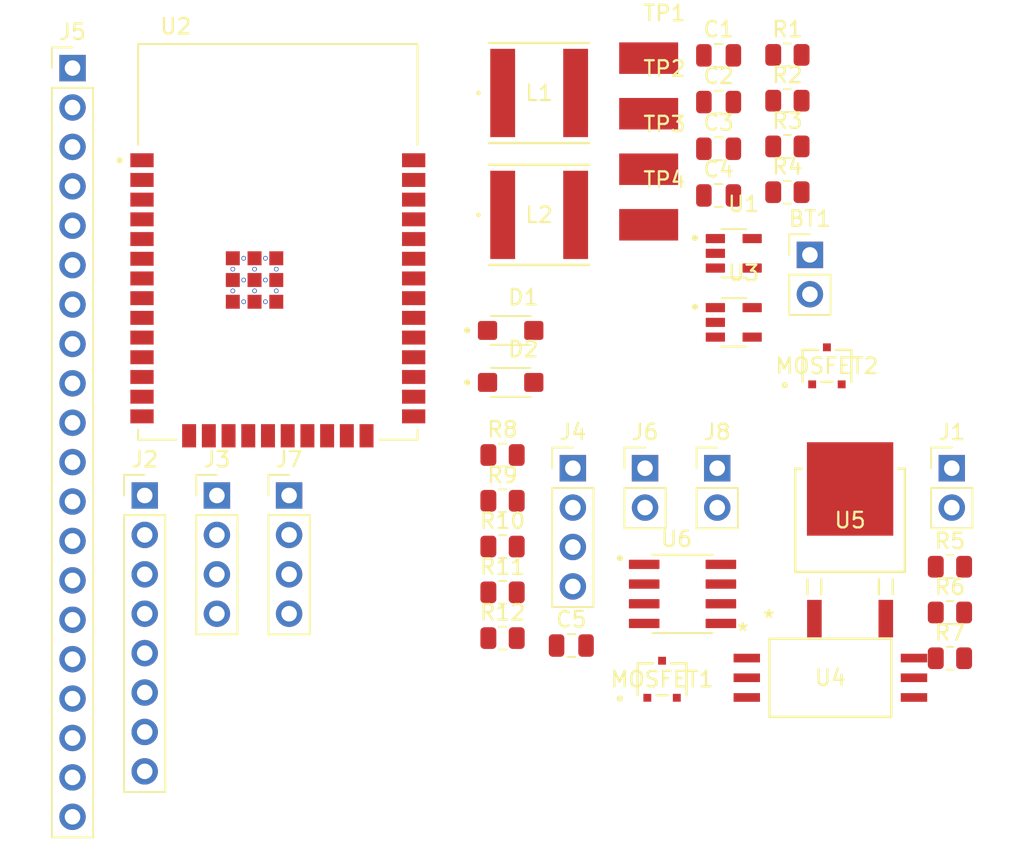
<source format=kicad_pcb>
(kicad_pcb (version 20221018) (generator pcbnew)
  (layers (0 "F.Cu" signal) (31 "B.Cu" signal) (34 "B.Paste" user) (35 "F.Paste" user) (36 "B.SilkS" user "B.Silkscreen") (37 "F.SilkS" user "F.Silkscreen") (38 "B.Mask" user) (39 "F.Mask" user) (44 "Edge.Cuts" user))
  (net 0 "")
  (net 1 "Net-(BT1-+)")
  (net 2 "GND")
  (net 3 "Net-(U1-EN)")
  (net 4 "18V")
  (net 5 "3.3V")
  (net 6 "Net-(J4-Pin_1)")
  (net 7 "Net-(J1-Pin_1)")
  (net 8 "Net-(J2-Pin_2)")
  (net 9 "Net-(J2-Pin_3)")
  (net 10 "Net-(J2-Pin_5)")
  (net 11 "Net-(J2-Pin_6)")
  (net 14 "Net-(J3-Pin_1)")
  (net 15 "Net-(J3-Pin_2)")
  (net 16 "Net-(J3-Pin_3)")
  (net 17 "Net-(J3-Pin_4)")
  (net 18 "Net-(J4-Pin_2)")
  (net 19 "Net-(J4-Pin_3)")
  (net 20 "Net-(J4-Pin_4)")
  (net 21 "Net-(J5-Pin_1)")
  (net 22 "Net-(J5-Pin_2)")
  (net 23 "Net-(J5-Pin_3)")
  (net 24 "Net-(J5-Pin_4)")
  (net 25 "Net-(J5-Pin_5)")
  (net 26 "Net-(J5-Pin_6)")
  (net 27 "Net-(J5-Pin_7)")
  (net 28 "Net-(J5-Pin_8)")
  (net 29 "Net-(J5-Pin_9)")
  (net 30 "Net-(J5-Pin_10)")
  (net 31 "Net-(J5-Pin_11)")
  (net 32 "Net-(J5-Pin_12)")
  (net 33 "Net-(J5-Pin_13)")
  (net 34 "Net-(J5-Pin_14)")
  (net 35 "Net-(J5-Pin_15)")
  (net 36 "Net-(J5-Pin_16)")
  (net 37 "Net-(J5-Pin_17)")
  (net 38 "Net-(J5-Pin_18)")
  (net 39 "Net-(J5-Pin_19)")
  (net 40 "/IR Emitter + Receiver/Receiver")
  (net 41 "Net-(J6-Pin_2)")
  (net 42 "Net-(J8-Pin_2)")
  (net 43 "Net-(D1-A)")
  (net 44 "Net-(D2-A)")
  (net 45 "Net-(U3-FB)")
  (net 46 "Net-(U1-FB)")
  (net 47 "Net-(U4-VOUT)")
  (net 48 "Net-(U5-Gate)")
  (net 49 "Net-(U4-CATHODE)")
  (net 50 "Net-(U6-1IN-)")
  (net 58 "/Buzzer/PWM")
  (footprint "Connector_PinHeader_2.54mm:PinHeader_1x04_P2.54mm_Vertical" (layer "F.Cu") (at 40.3375 47.93)
    (fp_text reference "J7" (at 0 -2.33) (layer "F.SilkS"))
    (fp_text value "Power Jumper")
    (fp_line (start -1.33 -1.33) (end 0 -1.33) (stroke (width 0.12)) (layer "F.SilkS"))
    (fp_line (start -1.33 0) (end -1.33 -1.33) (stroke (width 0.12)) (layer "F.SilkS"))
    (fp_line (start -1.33 1.27) (end -1.33 8.95) (stroke (width 0.12)) (layer "F.SilkS"))
    (fp_line (start -1.33 1.27) (end 1.33 1.27) (stroke (width 0.12)) (layer "F.SilkS"))
    (fp_line (start -1.33 8.95) (end 1.33 8.95) (stroke (width 0.12)) (layer "F.SilkS"))
    (fp_line (start 1.33 1.27) (end 1.33 8.95) (stroke (width 0.12)) (layer "F.SilkS"))
    (pad "1" thru_hole rect (at 0 0) (size 1.7 1.7) (drill 1) (layers "*.Cu" "*.Mask") (net 4 "18V"))
    (pad "2" thru_hole oval (at 0 2.54) (size 1.7 1.7) (drill 1) (layers "*.Cu" "*.Mask") (net 5 "3.3V"))
    (pad "3" thru_hole oval (at 0 5.08) (size 1.7 1.7) (drill 1) (layers "*.Cu" "*.Mask") (net 2 "GND"))
    (pad "4" thru_hole oval (at 0 7.62) (size 1.7 1.7) (drill 1) (layers "*.Cu" "*.Mask") (net 2 "GND"))
  )
  (footprint "Resistor_SMD:R_0805_2012Metric" (layer "F.Cu") (at 54.0875 45.32)
    (fp_text reference "R8" (at 0 -1.65) (layer "F.SilkS"))
    (fp_text value "R")
    (fp_line (start -0.227064 -0.735) (end 0.227064 -0.735) (stroke (width 0.12)) (layer "F.SilkS"))
    (fp_line (start -0.227064 0.735) (end 0.227064 0.735) (stroke (width 0.12)) (layer "F.SilkS"))
    (pad "1" smd roundrect (at -0.9125 0) (size 1.025 1.4) (layers "F.Cu" "F.Paste" "F.Mask") (roundrect_rratio 0.243902) (net 41 "Net-(J6-Pin_2)"))
    (pad "2" smd roundrect (at 0.9125 0) (size 1.025 1.4) (layers "F.Cu" "F.Paste" "F.Mask") (roundrect_rratio 0.243902) (net 2 "GND"))
  )
  (footprint "Proj:RD3L01BATTL1_ROM" (layer "F.Cu") (at 76.4763 49.5266)
    (fp_text reference "U5" (at 0 0 unlocked) (layer "F.SilkS"))
    (fp_text value "RD3L01BATTL1")
    (fp_text user "*" (at -5.235001 6.3373 unlocked) (layer "F.SilkS"))
    (fp_text user "*" (at -5.235001 6.3373) (layer "F.SilkS"))
    (fp_line (start -3.5306 -3.3274) (end -3.5306 3.3274) (stroke (width 0.1524)) (layer "F.SilkS"))
    (fp_line (start -3.5306 3.3274) (end 3.5306 3.3274) (stroke (width 0.1524)) (layer "F.SilkS"))
    (fp_line (start -3.11404 -3.3274) (end -3.5306 -3.3274) (stroke (width 0.1524)) (layer "F.SilkS"))
    (fp_line (start -2.7445 3.81) (end -2.7445 4.7752) (stroke (width 0.1524)) (layer "F.SilkS"))
    (fp_line (start -1.8555 3.81) (end -1.8555 4.7752) (stroke (width 0.1524)) (layer "F.SilkS"))
    (fp_line (start 1.8555 3.81) (end 1.8555 4.7752) (stroke (width 0.1524)) (layer "F.SilkS"))
    (fp_line (start 2.7445 3.81) (end 2.7445 4.7752) (stroke (width 0.1524)) (layer "F.SilkS"))
    (fp_line (start 3.5306 -3.3274) (end 3.11404 -3.3274) (stroke (width 0.1524)) (layer "F.SilkS"))
    (fp_line (start 3.5306 3.3274) (end 3.5306 -3.3274) (stroke (width 0.1524)) (layer "F.SilkS"))
    (pad "1" smd rect (at -2.3 6.3373) (size 0.9398 2.413) (layers "F.Cu" "F.Paste" "F.Mask") (net 48 "Net-(U5-Gate)"))
    (pad "2" smd rect (at 0 -2.0193) (size 5.5626 6.0198) (layers "F.Cu" "F.Paste" "F.Mask") (net 7 "Net-(J1-Pin_1)"))
    (pad "3" smd rect (at 2.3 6.3373) (size 0.9398 2.413) (layers "F.Cu" "F.Paste" "F.Mask") (net 4 "18V"))
  )
  (footprint "Connector_PinHeader_2.54mm:PinHeader_1x02_P2.54mm_Vertical" (layer "F.Cu") (at 83.0275 46.17)
    (fp_text reference "J1" (at 0 -2.33) (layer "F.SilkS"))
    (fp_text value "Conn_01x02")
    (fp_line (start -1.33 -1.33) (end 0 -1.33) (stroke (width 0.12)) (layer "F.SilkS"))
    (fp_line (start -1.33 0) (end -1.33 -1.33) (stroke (width 0.12)) (layer "F.SilkS"))
    (fp_line (start -1.33 1.27) (end -1.33 3.87) (stroke (width 0.12)) (layer "F.SilkS"))
    (fp_line (start -1.33 1.27) (end 1.33 1.27) (stroke (width 0.12)) (layer "F.SilkS"))
    (fp_line (start -1.33 3.87) (end 1.33 3.87) (stroke (width 0.12)) (layer "F.SilkS"))
    (fp_line (start 1.33 1.27) (end 1.33 3.87) (stroke (width 0.12)) (layer "F.SilkS"))
    (pad "1" thru_hole rect (at 0 0) (size 1.7 1.7) (drill 1) (layers "*.Cu" "*.Mask") (net 7 "Net-(J1-Pin_1)"))
    (pad "2" thru_hole oval (at 0 2.54) (size 1.7 1.7) (drill 1) (layers "*.Cu" "*.Mask") (net 2 "GND"))
  )
  (footprint "Proj:SODFL3618X110N" (layer "F.Cu") (at 54.61 40.64)
    (fp_text reference "D2" (at 0.815 -2.135) (layer "F.SilkS"))
    (fp_text value "D_Schottky")
    (fp_line (start -1.3 -0.93) (end 1.3 -0.93) (stroke (width 0.127)) (layer "F.SilkS"))
    (fp_line (start -1.3 0.93) (end 1.3 0.93) (stroke (width 0.127)) (layer "F.SilkS"))
    (fp_circle (center -2.8 0) (end -2.7 0) (stroke (width 0.2)) (fill none) (layer "F.SilkS"))
    (pad "1" smd roundrect (at 1.49 0) (size 1.24 1.22) (layers "F.Cu" "F.Paste" "F.Mask") (roundrect_rratio 0.15) (net 5 "3.3V"))
    (pad "2" smd roundrect (at -1.49 0) (size 1.24 1.22) (layers "F.Cu" "F.Paste" "F.Mask") (roundrect_rratio 0.15) (net 44 "Net-(D2-A)"))
  )
  (footprint "Proj:SOIC127P599X175-8N" (layer "F.Cu") (at 65.6825 54.2725)
    (fp_text reference "U6" (at -0.385 -3.537) (layer "F.SilkS"))
    (fp_text value "LM293DRE4")
    (fp_line (start -1.95 -2.525) (end 1.95 -2.525) (stroke (width 0.127)) (layer "F.SilkS"))
    (fp_line (start -1.95 2.525) (end 1.95 2.525) (stroke (width 0.127)) (layer "F.SilkS"))
    (fp_circle (center -4.04 -2.305) (end -3.94 -2.305) (stroke (width 0.2)) (fill none) (layer "F.SilkS"))
    (pad "1" smd roundrect (at -2.47 -1.905) (size 1.97 0.6) (layers "F.Cu" "F.Paste" "F.Mask") (roundrect_rratio 0.07) (net 40 "/IR Emitter + Receiver/Receiver"))
    (pad "2" smd roundrect (at -2.47 -0.635) (size 1.97 0.6) (layers "F.Cu" "F.Paste" "F.Mask") (roundrect_rratio 0.07) (net 50 "Net-(U6-1IN-)"))
    (pad "3" smd roundrect (at -2.47 0.635) (size 1.97 0.6) (layers "F.Cu" "F.Paste" "F.Mask") (roundrect_rratio 0.07) (net 42 "Net-(J8-Pin_2)"))
    (pad "4" smd roundrect (at -2.47 1.905) (size 1.97 0.6) (layers "F.Cu" "F.Paste" "F.Mask") (roundrect_rratio 0.07) (net 2 "GND"))
    (pad "5" smd roundrect (at 2.47 1.905) (size 1.97 0.6) (layers "F.Cu" "F.Paste" "F.Mask") (roundrect_rratio 0.07))
    (pad "6" smd roundrect (at 2.47 0.635) (size 1.97 0.6) (layers "F.Cu" "F.Paste" "F.Mask") (roundrect_rratio 0.07))
    (pad "7" smd roundrect (at 2.47 -0.635) (size 1.97 0.6) (layers "F.Cu" "F.Paste" "F.Mask") (roundrect_rratio 0.07))
    (pad "8" smd roundrect (at 2.47 -1.905) (size 1.97 0.6) (layers "F.Cu" "F.Paste" "F.Mask") (roundrect_rratio 0.07) (net 6 "Net-(J4-Pin_1)"))
  )
  (footprint "Resistor_SMD:R_0805_2012Metric" (layer "F.Cu") (at 54.0875 54.17)
    (fp_text reference "R11" (at 0 -1.65) (layer "F.SilkS"))
    (fp_text value "R")
    (fp_line (start -0.227064 -0.735) (end 0.227064 -0.735) (stroke (width 0.12)) (layer "F.SilkS"))
    (fp_line (start -0.227064 0.735) (end 0.227064 0.735) (stroke (width 0.12)) (layer "F.SilkS"))
    (pad "1" smd roundrect (at -0.9125 0) (size 1.025 1.4) (layers "F.Cu" "F.Paste" "F.Mask") (roundrect_rratio 0.243902) (net 6 "Net-(J4-Pin_1)"))
    (pad "2" smd roundrect (at 0.9125 0) (size 1.025 1.4) (layers "F.Cu" "F.Paste" "F.Mask") (roundrect_rratio 0.243902) (net 50 "Net-(U6-1IN-)"))
  )
  (footprint "Capacitor_SMD:C_0805_2012Metric" (layer "F.Cu") (at 68.0075 19.56)
    (fp_text reference "C1" (at 0 -1.68) (layer "F.SilkS"))
    (fp_text value "1uF")
    (fp_line (start -0.261252 -0.735) (end 0.261252 -0.735) (stroke (width 0.12)) (layer "F.SilkS"))
    (fp_line (start -0.261252 0.735) (end 0.261252 0.735) (stroke (width 0.12)) (layer "F.SilkS"))
    (pad "1" smd roundrect (at -0.95 0) (size 1 1.45) (layers "F.Cu" "F.Paste" "F.Mask") (net 3 "Net-(U1-EN)"))
    (pad "2" smd roundrect (at 0.95 0) (size 1 1.45) (layers "F.Cu" "F.Paste" "F.Mask") (net 2 "GND"))
  )
  (footprint "Connector_PinHeader_2.54mm:PinHeader_1x08_P2.54mm_Vertical" (layer "F.Cu") (at 31.0375 47.93)
    (fp_text reference "J2" (at 0 -2.33) (layer "F.SilkS"))
    (fp_text value "Programmer")
    (fp_line (start -1.33 -1.33) (end 0 -1.33) (stroke (width 0.12)) (layer "F.SilkS"))
    (fp_line (start -1.33 0) (end -1.33 -1.33) (stroke (width 0.12)) (layer "F.SilkS"))
    (fp_line (start -1.33 1.27) (end -1.33 19.11) (stroke (width 0.12)) (layer "F.SilkS"))
    (fp_line (start -1.33 1.27) (end 1.33 1.27) (stroke (width 0.12)) (layer "F.SilkS"))
    (fp_line (start -1.33 19.11) (end 1.33 19.11) (stroke (width 0.12)) (layer "F.SilkS"))
    (fp_line (start 1.33 1.27) (end 1.33 19.11) (stroke (width 0.12)) (layer "F.SilkS"))
    (pad "1" thru_hole rect (at 0 0) (size 1.7 1.7) (drill 1) (layers "*.Cu" "*.Mask") (net 5 "3.3V"))
    (pad "2" thru_hole oval (at 0 2.54) (size 1.7 1.7) (drill 1) (layers "*.Cu" "*.Mask") (net 8 "Net-(J2-Pin_2)"))
    (pad "3" thru_hole oval (at 0 5.08) (size 1.7 1.7) (drill 1) (layers "*.Cu" "*.Mask") (net 9 "Net-(J2-Pin_3)"))
    (pad "4" thru_hole oval (at 0 7.62) (size 1.7 1.7) (drill 1) (layers "*.Cu" "*.Mask") (net 2 "GND"))
    (pad "5" thru_hole oval (at 0 10.16) (size 1.7 1.7) (drill 1) (layers "*.Cu" "*.Mask") (net 10 "Net-(J2-Pin_5)"))
    (pad "6" thru_hole oval (at 0 12.7) (size 1.7 1.7) (drill 1) (layers "*.Cu" "*.Mask") (net 11 "Net-(J2-Pin_6)"))
    (pad "7" thru_hole oval (at 0 15.24) (size 1.7 1.7) (drill 1) (layers "*.Cu" "*.Mask"))
    (pad "8" thru_hole oval (at 0 17.78) (size 1.7 1.7) (drill 1) (layers "*.Cu" "*.Mask"))
  )
  (footprint "Connector_PinHeader_2.54mm:PinHeader_1x02_P2.54mm_Vertical" (layer "F.Cu") (at 63.2675 46.17)
    (fp_text reference "J6" (at 0 -2.33) (layer "F.SilkS"))
    (fp_text value "IR Emitter")
    (fp_line (start -1.33 -1.33) (end 0 -1.33) (stroke (width 0.12)) (layer "F.SilkS"))
    (fp_line (start -1.33 0) (end -1.33 -1.33) (stroke (width 0.12)) (layer "F.SilkS"))
    (fp_line (start -1.33 1.27) (end -1.33 3.87) (stroke (width 0.12)) (layer "F.SilkS"))
    (fp_line (start -1.33 1.27) (end 1.33 1.27) (stroke (width 0.12)) (layer "F.SilkS"))
    (fp_line (start -1.33 3.87) (end 1.33 3.87) (stroke (width 0.12)) (layer "F.SilkS"))
    (fp_line (start 1.33 1.27) (end 1.33 3.87) (stroke (width 0.12)) (layer "F.SilkS"))
    (pad "1" thru_hole rect (at 0 0) (size 1.7 1.7) (drill 1) (layers "*.Cu" "*.Mask") (net 19 "Net-(J4-Pin_3)"))
    (pad "2" thru_hole oval (at 0 2.54) (size 1.7 1.7) (drill 1) (layers "*.Cu" "*.Mask") (net 41 "Net-(J6-Pin_2)"))
  )
  (footprint "Resistor_SMD:R_0805_2012Metric" (layer "F.Cu") (at 82.9075 58.42)
    (fp_text reference "R7" (at 0 -1.65) (layer "F.SilkS"))
    (fp_text value "120Ω")
    (fp_line (start -0.227064 -0.735) (end 0.227064 -0.735) (stroke (width 0.12)) (layer "F.SilkS"))
    (fp_line (start -0.227064 0.735) (end 0.227064 0.735) (stroke (width 0.12)) (layer "F.SilkS"))
    (pad "1" smd roundrect (at -0.9125 0) (size 1.025 1.4) (layers "F.Cu" "F.Paste" "F.Mask") (roundrect_rratio 0.243902) (net 49 "Net-(U4-CATHODE)"))
    (pad "2" smd roundrect (at 0.9125 0) (size 1.025 1.4) (layers "F.Cu" "F.Paste" "F.Mask") (roundrect_rratio 0.243902) (net 2 "GND"))
  )
  (footprint "Resistor_SMD:R_0805_2012Metric" (layer "F.Cu") (at 72.4375 19.53)
    (fp_text reference "R1" (at 0 -1.65) (layer "F.SilkS"))
    (fp_text value "3.3HI")
    (fp_line (start -0.227064 -0.735) (end 0.227064 -0.735) (stroke (width 0.12)) (layer "F.SilkS"))
    (fp_line (start -0.227064 0.735) (end 0.227064 0.735) (stroke (width 0.12)) (layer "F.SilkS"))
    (pad "1" smd roundrect (at -0.9125 0) (size 1.025 1.4) (layers "F.Cu" "F.Paste" "F.Mask") (roundrect_rratio 0.243902) (net 45 "Net-(U3-FB)"))
    (pad "2" smd roundrect (at 0.9125 0) (size 1.025 1.4) (layers "F.Cu" "F.Paste" "F.Mask") (roundrect_rratio 0.243902) (net 5 "3.3V"))
  )
  (footprint "Proj:SOIC6_DWY_TEX" (layer "F.Cu") (at 75.2063 59.6777)
    (fp_text reference "U4" (at 0 0 unlocked) (layer "F.SilkS"))
    (fp_text value "UCC23313DWYR")
    (fp_text user "*" (at -5.6388 -2.9718 unlocked) (layer "F.SilkS"))
    (fp_text user "*" (at -5.6388 -2.9718) (layer "F.SilkS"))
    (fp_line (start -3.9243 -2.5146) (end -3.9243 2.5146) (stroke (width 0.1524)) (layer "F.SilkS"))
    (fp_line (start -3.9243 2.5146) (end 3.9243 2.5146) (stroke (width 0.1524)) (layer "F.SilkS"))
    (fp_line (start 3.9243 -2.5146) (end -3.9243 -2.5146) (stroke (width 0.1524)) (layer "F.SilkS"))
    (fp_line (start 3.9243 2.5146) (end 3.9243 -2.5146) (stroke (width 0.1524)) (layer "F.SilkS"))
    (pad "1" smd rect (at -5.3848 -1.27) (size 1.7018 0.5588) (layers "F.Cu" "F.Paste" "F.Mask") (net 58 "/Buzzer/PWM"))
    (pad "2" smd rect (at -5.3848 0) (size 1.7018 0.5588) (layers "F.Cu" "F.Paste" "F.Mask"))
    (pad "3" smd rect (at -5.3848 1.27) (size 1.7018 0.5588) (layers "F.Cu" "F.Paste" "F.Mask") (net 49 "Net-(U4-CATHODE)"))
    (pad "4" smd rect (at 5.3848 1.27) (size 1.7018 0.5588) (layers "F.Cu" "F.Paste" "F.Mask") (net 2 "GND"))
    (pad "5" smd rect (at 5.3848 0) (size 1.7018 0.5588) (layers "F.Cu" "F.Paste" "F.Mask") (net 47 "Net-(U4-VOUT)"))
    (pad "6" smd rect (at 5.3848 -1.27) (size 1.7018 0.5588) (layers "F.Cu" "F.Paste" "F.Mask") (net 4 "18V"))
  )
  (footprint "Resistor_SMD:R_0805_2012Metric" (layer "F.Cu") (at 72.4375 28.38)
    (fp_text reference "R4" (at 0 -1.65) (layer "F.SilkS"))
    (fp_text value "3.3LO")
    (fp_line (start -0.227064 -0.735) (end 0.227064 -0.735) (stroke (width 0.12)) (layer "F.SilkS"))
    (fp_line (start -0.227064 0.735) (end 0.227064 0.735) (stroke (width 0.12)) (layer "F.SilkS"))
    (pad "1" smd roundrect (at -0.9125 0) (size 1.025 1.4) (layers "F.Cu" "F.Paste" "F.Mask") (roundrect_rratio 0.243902) (net 2 "GND"))
    (pad "2" smd roundrect (at 0.9125 0) (size 1.025 1.4) (layers "F.Cu" "F.Paste" "F.Mask") (roundrect_rratio 0.243902) (net 45 "Net-(U3-FB)"))
  )
  (footprint "Capacitor_SMD:C_0805_2012Metric" (layer "F.Cu") (at 68.0075 25.58)
    (fp_text reference "C3" (at 0 -1.68) (layer "F.SilkS"))
    (fp_text value "1uF")
    (fp_line (start -0.261252 -0.735) (end 0.261252 -0.735) (stroke (width 0.12)) (layer "F.SilkS"))
    (fp_line (start -0.261252 0.735) (end 0.261252 0.735) (stroke (width 0.12)) (layer "F.SilkS"))
    (pad "1" smd roundrect (at -0.95 0) (size 1 1.45) (layers "F.Cu" "F.Paste" "F.Mask") (net 2 "GND"))
    (pad "2" smd roundrect (at 0.95 0) (size 1 1.45) (layers "F.Cu" "F.Paste" "F.Mask") (net 3 "Net-(U1-EN)"))
  )
  (footprint "Resistor_SMD:R_0805_2012Metric" (layer "F.Cu") (at 82.9075 55.47)
    (fp_text reference "R6" (at 0 -1.65) (layer "F.SilkS"))
    (fp_text value "R")
    (fp_line (start -0.227064 -0.735) (end 0.227064 -0.735) (stroke (width 0.12)) (layer "F.SilkS"))
    (fp_line (start -0.227064 0.735) (end 0.227064 0.735) (stroke (width 0.12)) (layer "F.SilkS"))
    (pad "1" smd roundrect (at -0.9125 0) (size 1.025 1.4) (layers "F.Cu" "F.Paste" "F.Mask") (roundrect_rratio 0.243902) (net 47 "Net-(U4-VOUT)"))
    (pad "2" smd roundrect (at 0.9125 0) (size 1.025 1.4) (layers "F.Cu" "F.Paste" "F.Mask") (roundrect_rratio 0.243902) (net 48 "Net-(U5-Gate)"))
  )
  (footprint "Resistor_SMD:R_0805_2012Metric" (layer "F.Cu") (at 72.4375 22.48)
    (fp_text reference "R2" (at 0 -1.65) (layer "F.SilkS"))
    (fp_text value "18HI")
    (fp_line (start -0.227064 -0.735) (end 0.227064 -0.735) (stroke (width 0.12)) (layer "F.SilkS"))
    (fp_line (start -0.227064 0.735) (end 0.227064 0.735) (stroke (width 0.12)) (layer "F.SilkS"))
    (pad "1" smd roundrect (at -0.9125 0) (size 1.025 1.4) (layers "F.Cu" "F.Paste" "F.Mask") (roundrect_rratio 0.243902) (net 4 "18V"))
    (pad "2" smd roundrect (at 0.9125 0) (size 1.025 1.4) (layers "F.Cu" "F.Paste" "F.Mask") (roundrect_rratio 0.243902) (net 46 "Net-(U1-FB)"))
  )
  (footprint "Resistor_SMD:R_0805_2012Metric" (layer "F.Cu") (at 54.0875 48.27)
    (fp_text reference "R9" (at 0 -1.65) (layer "F.SilkS"))
    (fp_text value "R")
    (fp_line (start -0.227064 -0.735) (end 0.227064 -0.735) (stroke (width 0.12)) (layer "F.SilkS"))
    (fp_line (start -0.227064 0.735) (end 0.227064 0.735) (stroke (width 0.12)) (layer "F.SilkS"))
    (pad "1" smd roundrect (at -0.9125 0) (size 1.025 1.4) (layers "F.Cu" "F.Paste" "F.Mask") (roundrect_rratio 0.243902) (net 42 "Net-(J8-Pin_2)"))
    (pad "2" smd roundrect (at 0.9125 0) (size 1.025 1.4) (layers "F.Cu" "F.Paste" "F.Mask") (roundrect_rratio 0.243902) (net 2 "GND"))
  )
  (footprint "Proj:SOT-23F_TOS" (layer "F.Cu") (at 64.3635 59.773)
    (fp_text reference "MOSFET1" (at 0 0 unlocked) (layer "F.SilkS"))
    (fp_text value "SSM3J328R")
    (fp_line (start -1.5748 -1.0287) (end -1.5748 1.0287) (stroke (width 0.1524)) (layer "F.SilkS"))
    (fp_line (start -0.58674 -1.0287) (end -1.5748 -1.0287) (stroke (width 0.1524)) (layer "F.SilkS"))
    (fp_line (start -0.363261 1.0287) (end 0.363261 1.0287) (stroke (width 0.1524)) (layer "F.SilkS"))
    (fp_line (start 1.5748 -1.0287) (end 0.58674 -1.0287) (stroke (width 0.1524)) (layer "F.SilkS"))
    (fp_line (start 1.5748 1.0287) (end 1.5748 -1.0287) (stroke (width 0.1524)) (layer "F.SilkS"))
    (fp_circle (center -2.7178 1.2446) (end -2.5908 1.2446) (stroke (width 0.1524)) (fill none) (layer "F.SilkS"))
    (pad "1" smd rect (at -0.950001 1.1938) (size 0.508 0.508) (layers "F.Cu" "F.Paste" "F.Mask") (net 20 "Net-(J4-Pin_4)"))
    (pad "2" smd rect (at 0.950001 1.1938) (size 0.508 0.508) (layers "F.Cu" "F.Paste" "F.Mask") (net 19 "Net-(J4-Pin_3)"))
    (pad "3" smd rect (at 0 -1.1938) (size 0.508 0.508) (layers "F.Cu" "F.Paste" "F.Mask") (net 5 "3.3V"))
  )
  (footprint "Connector_PinHeader_2.54mm:PinHeader_1x04_P2.54mm_Vertical" (layer "F.Cu") (at 58.6175 46.17)
    (fp_text reference "J4" (at 0 -2.33) (layer "F.SilkS"))
    (fp_text value "Conn_01x04")
    (fp_line (start -1.33 -1.33) (end 0 -1.33) (stroke (width 0.12)) (layer "F.SilkS"))
    (fp_line (start -1.33 0) (end -1.33 -1.33) (stroke (width 0.12)) (layer "F.SilkS"))
    (fp_line (start -1.33 1.27) (end -1.33 8.95) (stroke (width 0.12)) (layer "F.SilkS"))
    (fp_line (start -1.33 1.27) (end 1.33 1.27) (stroke (width 0.12)) (layer "F.SilkS"))
    (fp_line (start -1.33 8.95) (end 1.33 8.95) (stroke (width 0.12)) (layer "F.SilkS"))
    (fp_line (start 1.33 1.27) (end 1.33 8.95) (stroke (width 0.12)) (layer "F.SilkS"))
    (pad "1" thru_hole rect (at 0 0) (size 1.7 1.7) (drill 1) (layers "*.Cu" "*.Mask") (net 6 "Net-(J4-Pin_1)"))
    (pad "2" thru_hole oval (at 0 2.54) (size 1.7 1.7) (drill 1) (layers "*.Cu" "*.Mask") (net 18 "Net-(J4-Pin_2)"))
    (pad "3" thru_hole oval (at 0 5.08) (size 1.7 1.7) (drill 1) (layers "*.Cu" "*.Mask") (net 19 "Net-(J4-Pin_3)"))
    (pad "4" thru_hole oval (at 0 7.62) (size 1.7 1.7) (drill 1) (layers "*.Cu" "*.Mask") (net 20 "Net-(J4-Pin_4)"))
  )
  (footprint "Proj:TestPoint_KEYSTONE_5019" (layer "F.Cu") (at 63.5 23.32)
    (fp_text reference "TP2" (at 1.02 -2.9) (layer "F.SilkS"))
    (fp_text value "GND")
    (pad "TP" smd rect (at 0 0) (size 3.8 2.03) (layers "F.Cu" "F.Paste" "F.Mask") (net 2 "GND"))
  )
  (footprint "Connector_PinHeader_2.54mm:PinHeader_1x02_P2.54mm_Vertical" (layer "F.Cu") (at 67.9175 46.17)
    (fp_text reference "J8" (at 0 -2.33) (layer "F.SilkS"))
    (fp_text value "IR Receiver")
    (fp_line (start -1.33 -1.33) (end 0 -1.33) (stroke (width 0.12)) (layer "F.SilkS"))
    (fp_line (start -1.33 0) (end -1.33 -1.33) (stroke (width 0.12)) (layer "F.SilkS"))
    (fp_line (start -1.33 1.27) (end -1.33 3.87) (stroke (width 0.12)) (layer "F.SilkS"))
    (fp_line (start -1.33 1.27) (end 1.33 1.27) (stroke (width 0.12)) (layer "F.SilkS"))
    (fp_line (start -1.33 3.87) (end 1.33 3.87) (stroke (width 0.12)) (layer "F.SilkS"))
    (fp_line (start 1.33 1.27) (end 1.33 3.87) (stroke (width 0.12)) (layer "F.SilkS"))
    (pad "1" thru_hole rect (at 0 0) (size 1.7 1.7) (drill 1) (layers "*.Cu" "*.Mask") (net 18 "Net-(J4-Pin_2)"))
    (pad "2" thru_hole oval (at 0 2.54) (size 1.7 1.7) (drill 1) (layers "*.Cu" "*.Mask") (net 42 "Net-(J8-Pin_2)"))
  )
  (footprint "Proj:TestPoint_KEYSTONE_5019" (layer "F.Cu") (at 63.5 30.48)
    (fp_text reference "TP4" (at 1.02 -2.9) (layer "F.SilkS"))
    (fp_text value "Vin")
    (pad "TP" smd rect (at 0 0) (size 3.8 2.03) (layers "F.Cu" "F.Paste" "F.Mask") (net 1 "Net-(BT1-+)"))
  )
  (footprint "Connector_PinHeader_2.54mm:PinHeader_1x20_P2.54mm_Vertical" (layer "F.Cu") (at 26.3875 20.38)
    (fp_text reference "J5" (at 0 -2.33) (layer "F.SilkS"))
    (fp_text value "Conn_01x20")
    (fp_line (start -1.33 -1.33) (end 0 -1.33) (stroke (width 0.12)) (layer "F.SilkS"))
    (fp_line (start -1.33 0) (end -1.33 -1.33) (stroke (width 0.12)) (layer "F.SilkS"))
    (fp_line (start -1.33 1.27) (end -1.33 49.59) (stroke (width 0.12)) (layer "F.SilkS"))
    (fp_line (start -1.33 1.27) (end 1.33 1.27) (stroke (width 0.12)) (layer "F.SilkS"))
    (fp_line (start -1.33 49.59) (end 1.33 49.59) (stroke (width 0.12)) (layer "F.SilkS"))
    (fp_line (start 1.33 1.27) (end 1.33 49.59) (stroke (width 0.12)) (layer "F.SilkS"))
    (pad "1" thru_hole rect (at 0 0) (size 1.7 1.7) (drill 1) (layers "*.Cu" "*.Mask") (net 21 "Net-(J5-Pin_1)"))
    (pad "2" thru_hole oval (at 0 2.54) (size 1.7 1.7) (drill 1) (layers "*.Cu" "*.Mask") (net 22 "Net-(J5-Pin_2)"))
    (pad "3" thru_hole oval (at 0 5.08) (size 1.7 1.7) (drill 1) (layers "*.Cu" "*.Mask") (net 23 "Net-(J5-Pin_3)"))
    (pad "4" thru_hole oval (at 0 7.62) (size 1.7 1.7) (drill 1) (layers "*.Cu" "*.Mask") (net 24 "Net-(J5-Pin_4)"))
    (pad "5" thru_hole oval (at 0 10.16) (size 1.7 1.7) (drill 1) (layers "*.Cu" "*.Mask") (net 25 "Net-(J5-Pin_5)"))
    (pad "6" thru_hole oval (at 0 12.7) (size 1.7 1.7) (drill 1) (layers "*.Cu" "*.Mask") (net 26 "Net-(J5-Pin_6)"))
    (pad "7" thru_hole oval (at 0 15.24) (size 1.7 1.7) (drill 1) (layers "*.Cu" "*.Mask") (net 27 "Net-(J5-Pin_7)"))
    (pad "8" thru_hole oval (at 0 17.78) (size 1.7 1.7) (drill 1) (layers "*.Cu" "*.Mask") (net 28 "Net-(J5-Pin_8)"))
    (pad "9" thru_hole oval (at 0 20.32) (size 1.7 1.7) (drill 1) (layers "*.Cu" "*.Mask") (net 29 "Net-(J5-Pin_9)"))
    (pad "10" thru_hole oval (at 0 22.86) (size 1.7 1.7) (drill 1) (layers "*.Cu" "*.Mask") (net 30 "Net-(J5-Pin_10)"))
    (pad "11" thru_hole oval (at 0 25.4) (size 1.7 1.7) (drill 1) (layers "*.Cu" "*.Mask") (net 31 "Net-(J5-Pin_11)"))
    (pad "12" thru_hole oval (at 0 27.94) (size 1.7 1.7) (drill 1) (layers "*.Cu" "*.Mask") (net 32 "Net-(J5-Pin_12)"))
    (pad "13" thru_hole oval (at 0 30.48) (size 1.7 1.7) (drill 1) (layers "*.Cu" "*.Mask") (net 33 "Net-(J5-Pin_13)"))
    (pad "14" thru_hole oval (at 0 33.02) (size 1.7 1.7) (drill 1) (layers "*.Cu" "*.Mask") (net 34 "Net-(J5-Pin_14)"))
    (pad "15" thru_hole oval (at 0 35.56) (size 1.7 1.7) (drill 1) (layers "*.Cu" "*.Mask") (net 35 "Net-(J5-Pin_15)"))
    (pad "16" thru_hole oval (at 0 38.1) (size 1.7 1.7) (drill 1) (layers "*.Cu" "*.Mask") (net 36 "Net-(J5-Pin_16)"))
    (pad "17" thru_hole oval (at 0 40.64) (size 1.7 1.7) (drill 1) (layers "*.Cu" "*.Mask") (net 37 "Net-(J5-Pin_17)"))
    (pad "18" thru_hole oval (at 0 43.18) (size 1.7 1.7) (drill 1) (layers "*.Cu" "*.Mask") (net 38 "Net-(J5-Pin_18)"))
    (pad "19" thru_hole oval (at 0 45.72) (size 1.7 1.7) (drill 1) (layers "*.Cu" "*.Mask") (net 39 "Net-(J5-Pin_19)"))
    (pad "20" thru_hole oval (at 0 48.26) (size 1.7 1.7) (drill 1) (layers "*.Cu" "*.Mask") (net 40 "/IR Emitter + Receiver/Receiver"))
  )
  (footprint "Proj:SOT95P280X100-5N" (layer "F.Cu") (at 68.9825 36.77)
    (fp_text reference "U3" (at 0.635 -3.175) (layer "F.SilkS"))
    (fp_text value "MIC2288YD5-TR")
    (fp_line (start -0.8 1.5585) (end 0.8 1.5585) (stroke (width 0.127)) (layer "F.SilkS"))
    (fp_line (start 0.8 -1.5585) (end -0.8 -1.5585) (stroke (width 0.127)) (layer "F.SilkS"))
    (fp_circle (center -2.5 -1) (end -2.4 -1) (stroke (width 0.2)) (fill none) (layer "F.SilkS"))
    (pad "1" smd roundrect (at -1.185 -0.95) (size 1.24 0.59) (layers "F.Cu" "F.Paste" "F.Mask") (roundrect_rratio 0.07) (net 44 "Net-(D2-A)"))
    (pad "2" smd roundrect (at -1.185 0) (size 1.24 0.59) (layers "F.Cu" "F.Paste" "F.Mask") (roundrect_rratio 0.07) (net 2 "GND"))
    (pad "3" smd roundrect (at -1.185 0.95) (size 1.24 0.59) (layers "F.Cu" "F.Paste" "F.Mask") (roundrect_rratio 0.07) (net 45 "Net-(U3-FB)"))
    (pad "4" smd roundrect (at 1.185 0.95) (size 1.24 0.59) (layers "F.Cu" "F.Paste" "F.Mask") (roundrect_rratio 0.07) (net 3 "Net-(U1-EN)"))
    (pad "5" smd roundrect (at 1.185 -0.95) (size 1.24 0.59) (layers "F.Cu" "F.Paste" "F.Mask") (roundrect_rratio 0.07) (net 3 "Net-(U1-EN)"))
  )
  (footprint "Resistor_SMD:R_0805_2012Metric" (layer "F.Cu") (at 72.4375 25.43)
    (fp_text reference "R3" (at 0 -1.65) (layer "F.SilkS"))
    (fp_text value "18LO")
    (fp_line (start -0.227064 -0.735) (end 0.227064 -0.735) (stroke (width 0.12)) (layer "F.SilkS"))
    (fp_line (start -0.227064 0.735) (end 0.227064 0.735) (stroke (width 0.12)) (layer "F.SilkS"))
    (pad "1" smd roundrect (at -0.9125 0) (size 1.025 1.4) (layers "F.Cu" "F.Paste" "F.Mask") (roundrect_rratio 0.243902) (net 46 "Net-(U1-FB)"))
    (pad "2" smd roundrect (at 0.9125 0) (size 1.025 1.4) (layers "F.Cu" "F.Paste" "F.Mask") (roundrect_rratio 0.243902) (net 2 "GND"))
  )
  (footprint "Proj:XCVR_ESP32-WROOM-32E_(4MB_HIGH_TEMP)" (layer "F.Cu") (at 39.6125 31.58)
    (fp_text reference "U2" (at -6.575 -13.885) (layer "F.SilkS"))
    (fp_text value "ESP32-WROOM-32E_(4MB_HIGH_TEMP)")
    (fp_line (start -9 -12.75) (end 9 -12.75) (stroke (width 0.127)) (layer "F.SilkS"))
    (fp_line (start -9 -6.25) (end -9 -12.75) (stroke (width 0.127)) (layer "F.SilkS"))
    (fp_line (start -9 12.1) (end -9 12.75) (stroke (width 0.127)) (layer "F.SilkS"))
    (fp_line (start -9 12.75) (end -6.55 12.75) (stroke (width 0.127)) (layer "F.SilkS"))
    (fp_line (start 6.55 12.75) (end 9 12.75) (stroke (width 0.127)) (layer "F.SilkS"))
    (fp_line (start 9 -12.75) (end 9 -6.25) (stroke (width 0.127)) (layer "F.SilkS"))
    (fp_line (start 9 12.75) (end 9 12.1) (stroke (width 0.127)) (layer "F.SilkS"))
    (fp_circle (center -10.2 -5.26) (end -10.1 -5.26) (stroke (width 0.2)) (fill none) (layer "F.SilkS"))
    (pad "1" smd rect (at -8.75 -5.26) (size 1.5 0.9) (layers "F.Cu" "F.Paste" "F.Mask") (net 2 "GND"))
    (pad "2" smd rect (at -8.75 -3.99) (size 1.5 0.9) (layers "F.Cu" "F.Paste" "F.Mask") (net 5 "3.3V"))
    (pad "3" smd rect (at -8.75 -2.72) (size 1.5 0.9) (layers "F.Cu" "F.Paste" "F.Mask") (net 10 "Net-(J2-Pin_5)"))
    (pad "4" smd rect (at -8.75 -1.45) (size 1.5 0.9) (layers "F.Cu" "F.Paste" "F.Mask") (net 17 "Net-(J3-Pin_4)"))
    (pad "5" smd rect (at -8.75 -0.18) (size 1.5 0.9) (layers "F.Cu" "F.Paste" "F.Mask") (net 16 "Net-(J3-Pin_3)"))
    (pad "6" smd rect (at -8.75 1.09) (size 1.5 0.9) (layers "F.Cu" "F.Paste" "F.Mask") (net 15 "Net-(J3-Pin_2)"))
    (pad "7" smd rect (at -8.75 2.36) (size 1.5 0.9) (layers "F.Cu" "F.Paste" "F.Mask") (net 14 "Net-(J3-Pin_1)"))
    (pad "8" smd rect (at -8.75 3.63) (size 1.5 0.9) (layers "F.Cu" "F.Paste" "F.Mask") (net 38 "Net-(J5-Pin_18)"))
    (pad "9" smd rect (at -8.75 4.9) (size 1.5 0.9) (layers "F.Cu" "F.Paste" "F.Mask") (net 39 "Net-(J5-Pin_19)"))
    (pad "10" smd rect (at -8.75 6.17) (size 1.5 0.9) (layers "F.Cu" "F.Paste" "F.Mask") (net 35 "Net-(J5-Pin_15)"))
    (pad "11" smd rect (at -8.75 7.44) (size 1.5 0.9) (layers "F.Cu" "F.Paste" "F.Mask") (net 36 "Net-(J5-Pin_16)"))
    (pad "12" smd rect (at -8.75 8.71) (size 1.5 0.9) (layers "F.Cu" "F.Paste" "F.Mask") (net 37 "Net-(J5-Pin_17)"))
    (pad "13" smd rect (at -8.75 9.98) (size 1.5 0.9) (layers "F.Cu" "F.Paste" "F.Mask") (net 26 "Net-(J5-Pin_6)"))
    (pad "14" smd rect (at -8.75 11.25) (size 1.5 0.9) (layers "F.Cu" "F.Paste" "F.Mask") (net 24 "Net-(J5-Pin_4)"))
    (pad "15" smd rect (at -5.715 12.5) (size 0.9 1.5) (layers "F.Cu" "F.Paste" "F.Mask") (net 2 "GND"))
    (pad "16" smd rect (at -4.445 12.5) (size 0.9 1.5) (layers "F.Cu" "F.Paste" "F.Mask") (net 25 "Net-(J5-Pin_5)"))
    (pad "17" smd rect (at -3.175 12.5) (size 0.9 1.5) (layers "F.Cu" "F.Paste" "F.Mask"))
    (pad "18" smd rect (at -1.905 12.5) (size 0.9 1.5) (layers "F.Cu" "F.Paste" "F.Mask"))
    (pad "19" smd rect (at -0.635 12.5) (size 0.9 1.5) (layers "F.Cu" "F.Paste" "F.Mask"))
    (pad "20" smd rect (at 0.635 12.5) (size 0.9 1.5) (layers "F.Cu" "F.Paste" "F.Mask"))
    (pad "21" smd rect (at 1.905 12.5) (size 0.9 1.5) (layers "F.Cu" "F.Paste" "F.Mask"))
    (pad "22" smd rect (at 3.175 12.5) (size 0.9 1.5) (layers "F.Cu" "F.Paste" "F.Mask"))
    (pad "23" smd rect (at 4.445 12.5) (size 0.9 1.5) (layers "F.Cu" "F.Paste" "F.Mask") (net 27 "Net-(J5-Pin_7)"))
    (pad "24" smd rect (at 5.715 12.5) (size 0.9 1.5) (layers "F.Cu" "F.Paste" "F.Mask") (net 21 "Net-(J5-Pin_1)"))
    (pad "25" smd rect (at 8.75 11.25) (size 1.5 0.9) (layers "F.Cu" "F.Paste" "F.Mask") (net 11 "Net-(J2-Pin_6)"))
    (pad "26" smd rect (at 8.75 9.98) (size 1.5 0.9) (layers "F.Cu" "F.Paste" "F.Mask") (net 22 "Net-(J5-Pin_2)"))
    (pad "27" smd rect (at 8.75 8.71) (size 1.5 0.9) (layers "F.Cu" "F.Paste" "F.Mask") (net 28 "Net-(J5-Pin_8)"))
    (pad "28" smd rect (at 8.75 7.44) (size 1.5 0.9) (layers "F.Cu" "F.Paste" "F.Mask") (net 29 "Net-(J5-Pin_9)"))
    (pad "29" smd rect (at 8.75 6.17) (size 1.5 0.9) (layers "F.Cu" "F.Paste" "F.Mask") (net 23 "Net-(J5-Pin_3)"))
    (pad "30" smd rect (at 8.75 4.9) (size 1.5 0.9) (layers "F.Cu" "F.Paste" "F.Mask") (net 30 "Net-(J5-Pin_10)"))
    (pad "31" smd rect (at 8.75 3.63) (size 1.5 0.9) (layers "F.Cu" "F.Paste" "F.Mask") (net 31 "Net-(J5-Pin_11)"))
    (pad "32" smd rect (at 8.75 2.36) (size 1.5 0.9) (layers "F.Cu" "F.Paste" "F.Mask"))
    (pad "33" smd rect (at 8.75 1.09) (size 1.5 0.9) (layers "F.Cu" "F.Paste" "F.Mask") (net 32 "Net-(J5-Pin_12)"))
    (pad "34" smd rect (at 8.75 -0.18) (size 1.5 0.9) (layers "F.Cu" "F.Paste" "F.Mask") (net 8 "Net-(J2-Pin_2)"))
    (pad "35" smd rect (at 8.75 -1.45) (size 1.5 0.9) (layers "F.Cu" "F.Paste" "F.Mask") (net 9 "Net-(J2-Pin_3)"))
    (pad "36" smd rect (at 8.75 -2.72) (size 1.5 0.9) (layers "F.Cu" "F.Paste" "F.Mask") (net 33 "Net-(J5-Pin_13)"))
    (pad "37" smd rect (at 8.75 -3.99) (size 1.5 0.9) (layers "F.Cu" "F.Paste" "F.Mask") (net 34 "Net-(J5-Pin_14)"))
    (pad "38" smd rect (at 8.75 -5.26) (size 1.5 0.9) (layers "F.Cu" "F.Paste" "F.Mask") (net 2 "GND"))
    (pad "39_1" smd rect (at -2.9 1.06) (size 0.9 0.9) (layers "F.Cu" "F.Paste" "F.Mask") (net 2 "GND"))
    (pad "39_2" smd rect (at -1.5 1.06) (size 0.9 0.9) (layers "F.Cu" "F.Paste" "F.Mask") (net 2 "GND"))
    (pad "39_3" smd rect (at -0.1 1.06) (size 0.9 0.9) (layers "F.Cu" "F.Paste" "F.Mask") (net 2 "GND"))
    (pad "39_4" smd rect (at -2.9 2.46) (size 0.9 0.9) (layers "F.Cu" "F.Paste" "F.Mask") (net 2 "GND"))
    (pad "39_5" smd rect (at -1.5 2.46) (size 0.9 0.9) (layers "F.Cu" "F.Paste" "F.Mask") (net 2 "GND"))
    (pad "39_6" smd rect (at -0.1 2.46) (size 0.9 0.9) (layers "F.Cu" "F.Paste" "F.Mask") (net 2 "GND"))
    (pad "39_7" smd rect (at -2.9 3.86) (size 0.9 0.9) (layers "F.Cu" "F.Paste" "F.Mask") (net 2 "GND"))
    (pad "39_8" smd rect (at -1.5 3.86) (size 0.9 0.9) (layers "F.Cu" "F.Paste" "F.Mask") (net 2 "GND"))
    (pad "39_9" smd rect (at -0.1 3.86) (size 0.9 0.9) (layers "F.Cu" "F.Paste" "F.Mask") (net 2 "GND"))
    (pad "39_10" thru_hole circle (at -2.2 1.06) (size 0.3 0.3) (drill 0.2) (layers "*.Cu") (net 2 "GND"))
    (pad "39_11" thru_hole circle (at -0.8 1.06) (size 0.3 0.3) (drill 0.2) (layers "*.Cu") (net 2 "GND"))
    (pad "39_12" thru_hole circle (at -2.9 1.76) (size 0.3 0.3) (drill 0.2) (layers "*.Cu") (net 2 "GND"))
    (pad "39_13" thru_hole circle (at -1.5 1.76) (size 0.3 0.3) (drill 0.2) (layers "*.Cu") (net 2 "GND"))
    (pad "39_14" thru_hole circle (at -0.1 1.76) (size 0.3 0.3) (drill 0.2) (layers "*.Cu") (net 2 "GND"))
    (pad "39_15" thru_hole circle (at -2.2 2.46) (size 0.3 0.3) (drill 0.2) (layers "*.Cu") (net 2 "GND"))
    (pad "39_16" thru_hole circle (at -0.8 2.46) (size 0.3 0.3) (drill 0.2) (layers "*.Cu") (net 2 "GND"))
    (pad "39_17" thru_hole circle (at -2.9 3.16) (size 0.3 0.3) (drill 0.2) (layers "*.Cu") (net 2 "GND"))
    (pad "39_18" thru_hole circle (at -1.5 3.16) (size 0.3 0.3) (drill 0.2) (layers "*.Cu") (net 2 "GND"))
    (pad "39_19" thru_hole circle (at -0.1 3.16) (size 0.3 0.3) (drill 0.2) (layers "*.Cu") (net 2 "GND"))
    (pad "39_20" thru_hole circle (at -2.2 3.86) (size 0.3 0.3) (drill 0.2) (layers "*.Cu") (net 2 "GND"))
    (pad "39_21" thru_hole circle (at -0.8 3.86) (size 0.3 0.3) (drill 0.2) (layers "*.Cu") (net 2 "GND"))
  )
  (footprint "Resistor_SMD:R_0805_2012Metric" (layer "F.Cu") (at 54.0875 57.12)
    (fp_text reference "R12" (at 0 -1.65) (layer "F.SilkS"))
    (fp_text value "R")
    (fp_line (start -0.227064 -0.735) (end 0.227064 -0.735) (stroke (width 0.12)) (layer "F.SilkS"))
    (fp_line (start -0.227064 0.735) (end 0.227064 0.735) (stroke (width 0.12)) (layer "F.SilkS"))
    (pad "1" smd roundrect (at -0.9125 0) (size 1.025 1.4) (layers "F.Cu" "F.Paste" "F.Mask") (roundrect_rratio 0.243902) (net 50 "Net-(U6-1IN-)"))
    (pad "2" smd roundrect (at 0.9125 0) (size 1.025 1.4) (layers "F.Cu" "F.Paste" "F.Mask") (roundrect_rratio 0.243902) (net 2 "GND"))
  )
  (footprint "Proj:IND_TAIYO_NR6028_TAY" (layer "F.Cu") (at 56.4465 29.842)
    (fp_text reference "L2" (at 0 0 unlocked) (layer "F.SilkS"))
    (fp_text value "10uH")
    (fp_line (start -3.2258 3.2258) (end 3.2258 3.2258) (stroke (width 0.1524)) (layer "F.SilkS"))
    (fp_line (start 3.2258 -3.2258) (end -3.2258 -3.2258) (stroke (width 0.1524)) (layer "F.SilkS"))
    (fp_circle (center -3.9116 0) (end -3.8354 0) (stroke (width 0.1524)) (fill none) (layer "F.SilkS"))
    (pad "1" smd rect (at -2.3495 0) (size 1.6002 5.6896) (layers "F.Cu" "F.Paste" "F.Mask") (net 3 "Net-(U1-EN)"))
    (pad "2" smd rect (at 2.3495 0) (size 1.6002 5.6896) (layers "F.Cu" "F.Paste" "F.Mask") (net 44 "Net-(D2-A)"))
  )
  (footprint "Proj:TestPoint_KEYSTONE_5019" (layer "F.Cu") (at 63.5 26.9)
    (fp_text reference "TP3" (at 1.02 -2.9) (layer "F.SilkS"))
    (fp_text value "3.3V")
    (pad "TP" smd rect (at 0 0) (size 3.8 2.03) (layers "F.Cu" "F.Paste" "F.Mask") (net 5 "3.3V"))
  )
  (footprint "Connector_PinHeader_2.54mm:PinHeader_1x04_P2.54mm_Vertical" (layer "F.Cu") (at 35.6875 47.93)
    (fp_text reference "J3" (at 0 -2.33) (layer "F.SilkS"))
    (fp_text value "Conn_01x04")
    (fp_line (start -1.33 -1.33) (end 0 -1.33) (stroke (width 0.12)) (layer "F.SilkS"))
    (fp_line (start -1.33 0) (end -1.33 -1.33) (stroke (width 0.12)) (layer "F.SilkS"))
    (fp_line (start -1.33 1.27) (end -1.33 8.95) (stroke (width 0.12)) (layer "F.SilkS"))
    (fp_line (start -1.33 1.27) (end 1.33 1.27) (stroke (width 0.12)) (layer "F.SilkS"))
    (fp_line (start -1.33 8.95) (end 1.33 8.95) (stroke (width 0.12)) (layer "F.SilkS"))
    (fp_line (start 1.33 1.27) (end 1.33 8.95) (stroke (width 0.12)) (layer "F.SilkS"))
    (pad "1" thru_hole rect (at 0 0) (size 1.7 1.7) (drill 1) (layers "*.Cu" "*.Mask") (net 14 "Net-(J3-Pin_1)"))
    (pad "2" thru_hole oval (at 0 2.54) (size 1.7 1.7) (drill 1) (layers "*.Cu" "*.Mask") (net 15 "Net-(J3-Pin_2)"))
    (pad "3" thru_hole oval (at 0 5.08) (size 1.7 1.7) (drill 1) (layers "*.Cu" "*.Mask") (net 16 "Net-(J3-Pin_3)"))
    (pad "4" thru_hole oval (at 0 7.62) (size 1.7 1.7) (drill 1) (layers "*.Cu" "*.Mask") (net 17 "Net-(J3-Pin_4)"))
  )
  (footprint "Proj:SOT-23F_TOS" (layer "F.Cu") (at 74.9835 39.573)
    (fp_text reference "MOSFET2" (at 0 0 unlocked) (layer "F.SilkS"))
    (fp_text value "SSM3J328R")
    (fp_line (start -1.5748 -1.0287) (end -1.5748 1.0287) (stroke (width 0.1524)) (layer "F.SilkS"))
    (fp_line (start -0.58674 -1.0287) (end -1.5748 -1.0287) (stroke (width 0.1524)) (layer "F.SilkS"))
    (fp_line (start -0.363261 1.0287) (end 0.363261 1.0287) (stroke (width 0.1524)) (layer "F.SilkS"))
    (fp_line (start 1.5748 -1.0287) (end 0.58674 -1.0287) (stroke (width 0.1524)) (layer "F.SilkS"))
    (fp_line (start 1.5748 1.0287) (end 1.5748 -1.0287) (stroke (width 0.1524)) (layer "F.SilkS"))
    (fp_circle (center -2.7178 1.2446) (end -2.5908 1.2446) (stroke (width 0.1524)) (fill none) (layer "F.SilkS"))
    (pad "1" smd rect (at -0.950001 1.1938) (size 0.508 0.508) (layers "F.Cu" "F.Paste" "F.Mask") (net 2 "GND"))
    (pad "2" smd rect (at 0.950001 1.1938) (size 0.508 0.508) (layers "F.Cu" "F.Paste" "F.Mask") (net 3 "Net-(U1-EN)"))
    (pad "3" smd rect (at 0 -1.1938) (size 0.508 0.508) (layers "F.Cu" "F.Paste" "F.Mask") (net 1 "Net-(BT1-+)"))
  )
  (footprint "Proj:TestPoint_KEYSTONE_5019" (layer "F.Cu") (at 63.5 19.74)
    (fp_text reference "TP1" (at 1.02 -2.9) (layer "F.SilkS"))
    (fp_text value "18V")
    (pad "TP" smd rect (at 0 0) (size 3.8 2.03) (layers "F.Cu" "F.Paste" "F.Mask") (net 4 "18V"))
  )
  (footprint "Capacitor_SMD:C_0805_2012Metric" (layer "F.Cu") (at 68.0075 28.59)
    (fp_text reference "C4" (at 0 -1.68) (layer "F.SilkS"))
    (fp_text value "4.7 uF" hide)
    (fp_line (start -0.261252 -0.735) (end 0.261252 -0.735) (stroke (width 0.12)) (layer "F.SilkS"))
    (fp_line (start -0.261252 0.735) (end 0.261252 0.735) (stroke (width 0.12)) (layer "F.SilkS"))
    (pad "1" smd roundrect (at -0.95 0) (size 1 1.45) (layers "F.Cu" "F.Paste" "F.Mask") (net 2 "GND"))
    (pad "2" smd roundrect (at 0.95 0) (size 1 1.45) (layers "F.Cu" "F.Paste" "F.Mask") (net 5 "3.3V"))
  )
  (footprint "Proj:IND_TAIYO_NR6028_TAY" (layer "F.Cu") (at 56.4465 21.984)
    (fp_text reference "L1" (at 0 0 unlocked) (layer "F.SilkS"))
    (fp_text value "10uH")
    (fp_line (start -3.2258 3.2258) (end 3.2258 3.2258) (stroke (width 0.1524)) (layer "F.SilkS"))
    (fp_line (start 3.2258 -3.2258) (end -3.2258 -3.2258) (stroke (width 0.1524)) (layer "F.SilkS"))
    (fp_circle (center -3.9116 0) (end -3.8354 0) (stroke (width 0.1524)) (fill none) (layer "F.SilkS"))
    (pad "1" smd rect (at -2.3495 0) (size 1.6002 5.6896) (layers "F.Cu" "F.Paste" "F.Mask") (net 3 "Net-(U1-EN)"))
    (pad "2" smd rect (at 2.3495 0) (size 1.6002 5.6896) (layers "F.Cu" "F.Paste" "F.Mask") (net 43 "Net-(D1-A)"))
  )
  (footprint "Connector_PinHeader_2.54mm:PinHeader_1x02_P2.54mm_Vertical" (layer "F.Cu") (at 73.8875 32.42)
    (fp_text reference "BT1" (at 0 -2.33) (layer "F.SilkS"))
    (fp_text value "Battery")
    (fp_line (start -1.33 -1.33) (end 0 -1.33) (stroke (width 0.12)) (layer "F.SilkS"))
    (fp_line (start -1.33 0) (end -1.33 -1.33) (stroke (width 0.12)) (layer "F.SilkS"))
    (fp_line (start -1.33 1.27) (end -1.33 3.87) (stroke (width 0.12)) (layer "F.SilkS"))
    (fp_line (start -1.33 1.27) (end 1.33 1.27) (stroke (width 0.12)) (layer "F.SilkS"))
    (fp_line (start -1.33 3.87) (end 1.33 3.87) (stroke (width 0.12)) (layer "F.SilkS"))
    (fp_line (start 1.33 1.27) (end 1.33 3.87) (stroke (width 0.12)) (layer "F.SilkS"))
    (pad "1" thru_hole rect (at 0 0) (size 1.7 1.7) (drill 1) (layers "*.Cu" "*.Mask") (net 1 "Net-(BT1-+)"))
    (pad "2" thru_hole oval (at 0 2.54) (size 1.7 1.7) (drill 1) (layers "*.Cu" "*.Mask") (net 2 "GND"))
  )
  (footprint "Proj:SOT95P280X100-5N" (layer "F.Cu") (at 68.9825 32.32)
    (fp_text reference "U1" (at 0.635 -3.175) (layer "F.SilkS"))
    (fp_text value "MIC2288YD5-TR")
    (fp_line (start -0.8 1.5585) (end 0.8 1.5585) (stroke (width 0.127)) (layer "F.SilkS"))
    (fp_line (start 0.8 -1.5585) (end -0.8 -1.5585) (stroke (width 0.127)) (layer "F.SilkS"))
    (fp_circle (center -2.5 -1) (end -2.4 -1) (stroke (width 0.2)) (fill none) (layer "F.SilkS"))
    (pad "1" smd roundrect (at -1.185 -0.95) (size 1.24 0.59) (layers "F.Cu" "F.Paste" "F.Mask") (roundrect_rratio 0.07) (net 43 "Net-(D1-A)"))
    (pad "2" smd roundrect (at -1.185 0) (size 1.24 0.59) (layers "F.Cu" "F.Paste" "F.Mask") (roundrect_rratio 0.07) (net 2 "GND"))
    (pad "3" smd roundrect (at -1.185 0.95) (size 1.24 0.59) (layers "F.Cu" "F.Paste" "F.Mask") (roundrect_rratio 0.07) (net 46 "Net-(U1-FB)"))
    (pad "4" smd roundrect (at 1.185 0.95) (size 1.24 0.59) (layers "F.Cu" "F.Paste" "F.Mask") (roundrect_rratio 0.07) (net 3 "Net-(U1-EN)"))
    (pad "5" smd roundrect (at 1.185 -0.95) (size 1.24 0.59) (layers "F.Cu" "F.Paste" "F.Mask") (roundrect_rratio 0.07) (net 3 "Net-(U1-EN)"))
  )
  (footprint "Resistor_SMD:R_0805_2012Metric" (layer "F.Cu") (at 54.0875 51.22)
    (fp_text reference "R10" (at 0 -1.65) (layer "F.SilkS"))
    (fp_text value "R")
    (fp_line (start -0.227064 -0.735) (end 0.227064 -0.735) (stroke (width 0.12)) (layer "F.SilkS"))
    (fp_line (start -0.227064 0.735) (end 0.227064 0.735) (stroke (width 0.12)) (layer "F.SilkS"))
    (pad "1" smd roundrect (at -0.9125 0) (size 1.025 1.4) (layers "F.Cu" "F.Paste" "F.Mask") (roundrect_rratio 0.243902) (net 5 "3.3V"))
    (pad "2" smd roundrect (at 0.9125 0) (size 1.025 1.4) (layers "F.Cu" "F.Paste" "F.Mask") (roundrect_rratio 0.243902) (net 40 "/IR Emitter + Receiver/Receiver"))
  )
  (footprint "Capacitor_SMD:C_0805_2012Metric" (layer "F.Cu") (at 68.0075 22.57)
    (fp_text reference "C2" (at 0 -1.68) (layer "F.SilkS"))
    (fp_text value "4.7 uF" hide)
    (fp_line (start -0.261252 -0.735) (end 0.261252 -0.735) (stroke (width 0.12)) (layer "F.SilkS"))
    (fp_line (start -0.261252 0.735) (end 0.261252 0.735) (stroke (width 0.12)) (layer "F.SilkS"))
    (pad "1" smd roundrect (at -0.95 0) (size 1 1.45) (layers "F.Cu" "F.Paste" "F.Mask") (net 4 "18V"))
    (pad "2" smd roundrect (at 0.95 0) (size 1 1.45) (layers "F.Cu" "F.Paste" "F.Mask") (net 2 "GND"))
  )
  (footprint "Proj:SODFL3618X110N" (layer "F.Cu") (at 54.61 37.29)
    (fp_text reference "D1" (at 0.815 -2.135) (layer "F.SilkS"))
    (fp_text value "D_Schottky")
    (fp_line (start -1.3 -0.93) (end 1.3 -0.93) (stroke (width 0.127)) (layer "F.SilkS"))
    (fp_line (start -1.3 0.93) (end 1.3 0.93) (stroke (width 0.127)) (layer "F.SilkS"))
    (fp_circle (center -2.8 0) (end -2.7 0) (stroke (width 0.2)) (fill none) (layer "F.SilkS"))
    (pad "1" smd roundrect (at 1.49 0) (size 1.24 1.22) (layers "F.Cu" "F.Paste" "F.Mask") (roundrect_rratio 0.15) (net 43 "Net-(D1-A)"))
    (pad "2" smd roundrect (at -1.49 0) (size 1.24 1.22) (layers "F.Cu" "F.Paste" "F.Mask") (roundrect_rratio 0.15) (net 4 "18V"))
  )
  (footprint "Capacitor_SMD:C_0805_2012Metric" (layer "F.Cu") (at 58.5175 57.6)
    (fp_text reference "C5" (at 0 -1.68) (layer "F.SilkS"))
    (fp_text value ".1 uF")
    (fp_line (start -0.261252 -0.735) (end 0.261252 -0.735) (stroke (width 0.12)) (layer "F.SilkS"))
    (fp_line (start -0.261252 0.735) (end 0.261252 0.735) (stroke (width 0.12)) (layer "F.SilkS"))
    (pad "1" smd roundrect (at -0.95 0) (size 1 1.45) (layers "F.Cu" "F.Paste" "F.Mask") (net 6 "Net-(J4-Pin_1)"))
    (pad "2" smd roundrect (at 0.95 0) (size 1 1.45) (layers "F.Cu" "F.Paste" "F.Mask") (net 2 "GND"))
  )
  (footprint "Resistor_SMD:R_0805_2012Metric" (layer "F.Cu") (at 82.9075 52.52)
    (fp_text reference "R5" (at 0 -1.65) (layer "F.SilkS"))
    (fp_text value "R")
    (fp_line (start -0.227064 -0.735) (end 0.227064 -0.735) (stroke (width 0.12)) (layer "F.SilkS"))
    (fp_line (start -0.227064 0.735) (end 0.227064 0.735) (stroke (width 0.12)) (layer "F.SilkS"))
    (pad "1" smd roundrect (at -0.9125 0) (size 1.025 1.4) (layers "F.Cu" "F.Paste" "F.Mask") (roundrect_rratio 0.243902) (net 7 "Net-(J1-Pin_1)"))
    (pad "2" smd roundrect (at 0.9125 0) (size 1.025 1.4) (layers "F.Cu" "F.Paste" "F.Mask") (roundrect_rratio 0.243902) (net 2 "GND"))
  )
)
</source>
